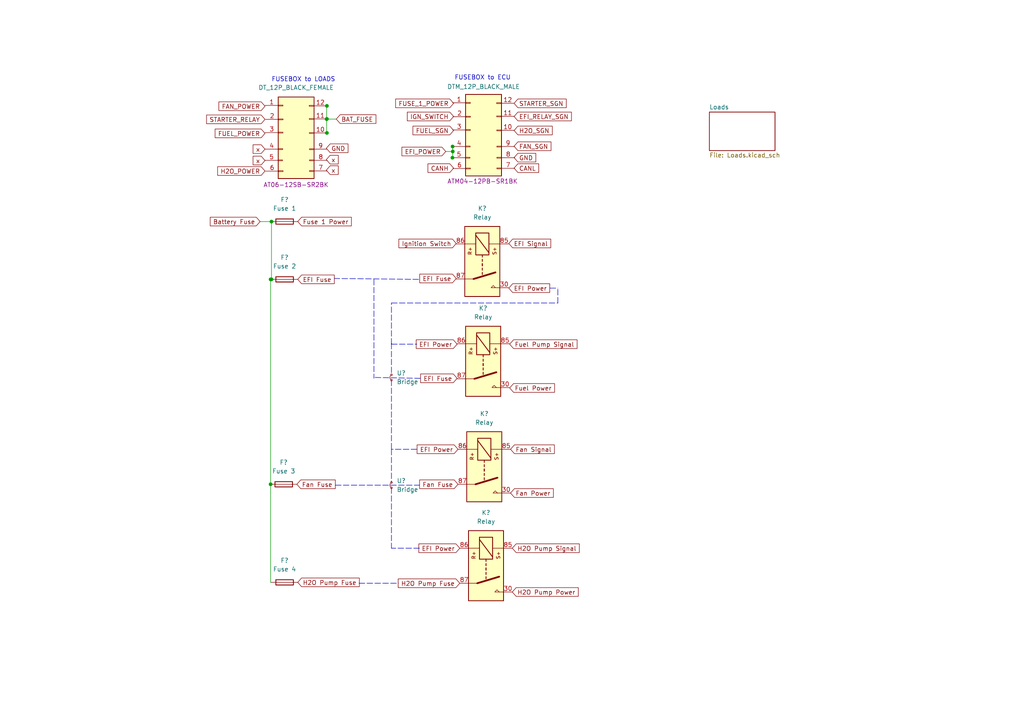
<source format=kicad_sch>
(kicad_sch (version 20211123) (generator eeschema)
  (paper "A4")
  (lib_symbols
    (symbol "Device:Fuse" (pin_numbers hide) (pin_names (offset 0))
      (property "Reference" "F" (at 2.032 0 90))
      (property "Value" "Fuse" (at -1.905 0 90))
      (symbol "Fuse_0_1"
        (rectangle (start -0.762 -2.54) (end 0.762 2.54) (stroke (width 0.254)))
        (polyline (pts (xy 0 2.54) (xy 0 -2.54)))
      )
      (symbol "Fuse_1_1"
        (pin passive line (at 0 3.81 270) (length 1.27) (name "~") (number "1"))
        (pin passive line (at 0 -3.81 90) (length 1.27) (name "~") (number "2"))
      )
    )
    (symbol "SCR23 Library:Bridge"
      (property "Reference" "U" (at 0 2.54 0))
      (property "Value" "Bridge" (at 0.1778 -2.5908 0))
      (symbol "Bridge_0_1"
        (circle (center -0.762 0) (radius 0.254))
        (arc (start 0.508 0.254) (mid 0 0.4644) (end -0.508 0.254))
        (circle (center 0.762 0) (radius 0.254))
      )
    )
    (symbol "SCR23 Library:DTM04-12pb" (pin_names hide)
      (property "Reference" "U" (at 0.0508 16.3068 0))
      (property "Value" "DTM04-12pb" (at 0.0508 -14.986 0))
      (symbol "DTM04-12pb_1_1"
        (rectangle (start -4.9276 -5.4864) (end -3.6576 -5.7404) (stroke (width 0.1524)))
        (rectangle (start -4.9022 12.7508) (end 5.4864 -10.8966) (stroke (width 0.254)) (fill (type background)))
        (rectangle (start -4.8768 -2.2352) (end -3.6068 -2.4892) (stroke (width 0.1524)))
        (rectangle (start -4.8006 2.5654) (end -3.5306 2.3114) (stroke (width 0.1524)))
        (rectangle (start -4.8006 10.414) (end -3.5306 10.16) (stroke (width 0.1524)))
        (rectangle (start -4.7752 -8.6106) (end -3.5052 -8.8646) (stroke (width 0.1524)))
        (rectangle (start -4.7752 6.4008) (end -3.5052 6.1468) (stroke (width 0.1524)))
        (rectangle (start 5.3594 10.3378) (end 4.0894 10.0838) (stroke (width 0.1524)))
        (rectangle (start 5.3848 6.5024) (end 4.1148 6.2484) (stroke (width 0.1524)))
        (rectangle (start 5.4102 2.4384) (end 4.1402 2.1844) (stroke (width 0.1524)))
        (rectangle (start 5.4356 -8.5852) (end 4.1656 -8.8392) (stroke (width 0.1524)))
        (rectangle (start 5.4356 -5.4864) (end 4.1656 -5.7404) (stroke (width 0.1524)))
        (rectangle (start 5.4356 -2.2606) (end 4.1656 -2.5146) (stroke (width 0.1524)))
        (pin passive line (at -8.7122 10.3124 0) (length 3.81) (name "Pin_1") (number "1"))
        (pin passive line (at 9.2202 2.3368 180) (length 3.81) (name "Pin_10") (number "10"))
        (pin passive line (at 9.2202 6.4008 180) (length 3.81) (name "Pin_11") (number "11"))
        (pin passive line (at 9.2202 10.1854 180) (length 3.81) (name "Pin_12") (number "12"))
        (pin passive line (at -8.5852 6.2738 0) (length 3.81) (name "Pin_2") (number "2"))
        (pin passive line (at -8.6868 2.4384 0) (length 3.81) (name "Pin_3") (number "3"))
        (pin passive line (at -8.6868 -2.3622 0) (length 3.81) (name "Pin_4") (number "4"))
        (pin passive line (at -8.7376 -5.6134 0) (length 3.81) (name "Pin_5") (number "5"))
        (pin passive line (at -8.5852 -8.7376 0) (length 3.81) (name "Pin_6") (number "6"))
        (pin passive line (at 9.3218 -8.6868 180) (length 3.81) (name "Pin_7") (number "7"))
        (pin passive line (at 9.3472 -5.6134 180) (length 3.81) (name "Pin_8") (number "8"))
        (pin passive line (at 9.2964 -2.3622 180) (length 3.81) (name "Pin_9") (number "9"))
      )
    )
    (symbol "SCR23 Library:Relay"
      (property "Reference" "K" (at 3.7465 -11.5697 90))
      (property "Value" "Relay" (at 1.2065 -14.1097 90))
      (symbol "Relay_1_1"
        (polyline (pts (xy -5.1435 4.9403) (xy -1.9685 4.9403)))
        (polyline (pts (xy -2.6035 -5.2197) (xy -5.1435 -5.2197)))
        (polyline (pts (xy -2.6035 -5.2197) (xy 3.7465 -3.3147)) (stroke (width 0.508)))
        (polyline (pts (xy -1.9685 7.4803) (xy 1.8415 2.4003)) (stroke (width 0.254)))
        (polyline (pts (xy -0.0635 -3.3147) (xy -0.0635 -3.9497)) (stroke (width 0.254)))
        (polyline (pts (xy -0.0635 -2.0447) (xy -0.0635 -2.6797)) (stroke (width 0.254)))
        (polyline (pts (xy -0.0635 -0.7747) (xy -0.0635 -1.4097)) (stroke (width 0.254)))
        (polyline (pts (xy -0.0635 -0.7747) (xy -0.0635 -1.4097)) (stroke (width 0.254)))
        (polyline (pts (xy -0.0635 0.4953) (xy -0.0635 -0.1397)) (stroke (width 0.254)))
        (polyline (pts (xy -0.0635 1.7653) (xy -0.0635 1.1303)) (stroke (width 0.254)))
        (polyline (pts (xy 3.7465 -7.7597) (xy 5.0165 -7.7597)))
        (polyline (pts (xy 5.0165 4.9403) (xy 1.8415 4.9403)))
        (polyline (pts (xy 3.7465 -7.7597) (xy 2.4765 -7.7597) (xy 3.1115 -7.1247) (xy 3.7465 -7.7597)))
        (rectangle (start 1.8415 8.1153) (end -1.9685 1.7653) (stroke (width 0.254)))
        (rectangle (start 5.0165 10.0203) (end -5.1435 -10.2997) (stroke (width 0.254)) (fill (type background)))
        (text "R+" (at -3.6195 2.9083 900) (effects (font (size 1.016 1.016))))
        (text "S+" (at 3.4925 2.9083 900) (effects (font (size 1.016 1.016))))
        (pin passive line (at 7.5565 -7.7597 180) (length 2.54) (name "~") (number "30"))
        (pin passive line (at 7.5565 4.9403 180) (length 2.54) (name "~") (number "85"))
        (pin passive line (at -7.6835 4.9403 0) (length 2.54) (name "~") (number "86"))
        (pin passive line (at -7.6835 -5.2197 0) (length 2.54) (name "~") (number "87"))
      )
    )
  )
  (junction (at 78.486 81.026))
  (junction (at 131.2672 42.4942))
  (junction (at 78.74 64.262))
  (junction (at 94.8182 30.7086))
  (junction (at 94.742 34.544))
  (junction (at 78.74 81.026))
  (junction (at 131.318 43.942))
  (junction (at 94.8182 38.5572))
  (junction (at 78.486 140.462))
  (junction (at 94.8182 34.4932))
  (junction (at 131.2164 45.7454))
  (wire (pts (xy 78.486 80.772) (xy 78.486 81.026)))
  (polyline (pts (xy 113.538 87.884) (xy 161.798 87.884)))
  (polyline (pts (xy 159.512 83.566) (xy 161.798 83.566)))
  (wire (pts (xy 129.286 43.942) (xy 131.318 43.942)))
  (wire (pts (xy 78.74 64.262) (xy 78.74 81.026)))
  (wire (pts (xy 94.742 30.734) (xy 94.742 34.544)))
  (polyline (pts (xy 104.14 169.164) (xy 115.57 169.164)))
  (polyline (pts (xy 113.538 110.236) (xy 113.538 130.302)))
  (polyline (pts (xy 108.458 81.026) (xy 108.458 109.728)))
  (wire (pts (xy 94.742 34.544) (xy 94.742 38.608)))
  (wire (pts (xy 131.318 43.942) (xy 131.318 45.72)))
  (wire (pts (xy 78.486 168.91) (xy 78.74 168.91)))
  (polyline (pts (xy 121.412 81.026) (xy 97.028 80.772)))
  (wire (pts (xy 97.536 34.544) (xy 94.742 34.544)))
  (polyline (pts (xy 161.798 87.884) (xy 161.798 83.566)))
  (wire (pts (xy 78.486 81.026) (xy 78.486 140.462)))
  (wire (pts (xy 78.74 81.026) (xy 78.486 81.026)))
  (wire (pts (xy 131.318 42.418) (xy 131.318 43.942)))
  (polyline (pts (xy 113.538 99.822) (xy 113.538 87.884)))
  (wire (pts (xy 75.438 64.262) (xy 78.74 64.262)))
  (polyline (pts (xy 121.666 159.004) (xy 113.538 159.004)))
  (polyline (pts (xy 113.538 99.822) (xy 120.904 99.822)))
  (polyline (pts (xy 121.92 109.728) (xy 108.458 109.474)))
  (polyline (pts (xy 120.904 130.302) (xy 113.538 130.302)))
  (polyline (pts (xy 113.538 99.568) (xy 113.538 108.712)))
  (polyline (pts (xy 97.282 140.716) (xy 121.666 140.716)))
  (polyline (pts (xy 113.538 141.478) (xy 113.538 159.004)))
  (polyline (pts (xy 113.538 130.302) (xy 113.538 139.954)))
  (wire (pts (xy 78.486 140.462) (xy 78.486 168.91)))
  (text "FUSEBOX to LOADS\n" (at 78.74 23.876 0) (effects (font (size 1.27 1.27)) (justify left bottom)))
  (text "FUSEBOX to ECU" (at 131.826 23.368 0) (effects (font (size 1.27 1.27)) (justify left bottom)))
  (global_label "Ignition Switch" (shape input) (at 132.334 70.612 180) (property "Intersheet References" "${INTERSHEET_REFS}" (effects hide)))
  (global_label "H2O Pump Fuse" (shape input) (at 133.35 169.164 180) (property "Intersheet References" "${INTERSHEET_REFS}" (effects hide)))
  (global_label "Fan Signal" (shape input) (at 148.082 130.302 0) (property "Intersheet References" "${INTERSHEET_REFS}" (effects hide)))
  (global_label "EFI Signal" (shape input) (at 147.574 70.612 0) (property "Intersheet References" "${INTERSHEET_REFS}" (effects hide)))
  (global_label "CANH" (shape input) (at 131.572 48.768 180) (property "Intersheet References" "${INTERSHEET_REFS}" (effects hide)))
  (global_label "H2O_POWER" (shape input) (at 76.8604 49.6062 180) (property "Intersheet References" "${INTERSHEET_REFS}" (effects hide)))
  (global_label "x" (shape input) (at 94.6404 46.3042 0) (property "Intersheet References" "${INTERSHEET_REFS}" (effects hide)))
  (global_label "Fuel Power" (shape input) (at 147.828 112.522 0) (property "Intersheet References" "${INTERSHEET_REFS}" (effects hide)))
  (global_label "Fan Power" (shape input) (at 148.082 143.002 0) (property "Intersheet References" "${INTERSHEET_REFS}" (effects hide)))
  (global_label "x" (shape input) (at 94.6404 49.3522 0) (property "Intersheet References" "${INTERSHEET_REFS}" (effects hide)))
  (global_label "EFI_POWER" (shape input) (at 129.286 43.942 180) (property "Intersheet References" "${INTERSHEET_REFS}" (effects hide)))
  (global_label "STARTER_RELAY" (shape input) (at 76.8604 34.6202 180) (property "Intersheet References" "${INTERSHEET_REFS}" (effects hide)))
  (global_label "EFI Fuse" (shape input) (at 86.36 81.026 0) (property "Intersheet References" "${INTERSHEET_REFS}" (effects hide)))
  (global_label "GND" (shape input) (at 149.098 45.72 0) (property "Intersheet References" "${INTERSHEET_REFS}" (effects hide)))
  (global_label "FAN_SGN" (shape input) (at 149.098 42.418 0) (property "Intersheet References" "${INTERSHEET_REFS}" (effects hide)))
  (global_label "Battery Fuse" (shape input) (at 75.438 64.262 180) (property "Intersheet References" "${INTERSHEET_REFS}" (effects hide)))
  (global_label "x" (shape input) (at 76.8604 46.5582 180) (property "Intersheet References" "${INTERSHEET_REFS}" (effects hide)))
  (global_label "EFI_RELAY_SGN" (shape input) (at 149.098 33.782 0) (property "Intersheet References" "${INTERSHEET_REFS}" (effects hide)))
  (global_label "EFI Fuse" (shape input) (at 132.588 109.728 180) (property "Intersheet References" "${INTERSHEET_REFS}" (effects hide)))
  (global_label "EFI Fuse" (shape input) (at 132.334 80.772 180) (property "Intersheet References" "${INTERSHEET_REFS}" (effects hide)))
  (global_label "CANL" (shape input) (at 149.098 48.768 0) (property "Intersheet References" "${INTERSHEET_REFS}" (effects hide)))
  (global_label "H2O Pump Power" (shape input) (at 148.59 171.704 0) (property "Intersheet References" "${INTERSHEET_REFS}" (effects hide)))
  (global_label "STARTER_SGN" (shape input) (at 149.098 29.972 0) (property "Intersheet References" "${INTERSHEET_REFS}" (effects hide)))
  (global_label "IGN_SWITCH" (shape input) (at 131.572 33.782 180) (property "Intersheet References" "${INTERSHEET_REFS}" (effects hide)))
  (global_label "EFI Power" (shape input) (at 147.574 83.566 0) (property "Intersheet References" "${INTERSHEET_REFS}" (effects hide)))
  (global_label "EFI Power" (shape input) (at 133.35 159.004 180) (property "Intersheet References" "${INTERSHEET_REFS}" (effects hide)))
  (global_label "EFI Power" (shape input) (at 132.842 130.302 180) (property "Intersheet References" "${INTERSHEET_REFS}" (effects hide)))
  (global_label "FUSE_1_POWER" (shape input) (at 131.572 29.972 180) (property "Intersheet References" "${INTERSHEET_REFS}" (effects hide)))
  (global_label "Fuse 1 Power" (shape input) (at 86.36 64.262 0) (property "Intersheet References" "${INTERSHEET_REFS}" (effects hide)))
  (global_label "Fuel Pump Signal" (shape input) (at 147.828 99.822 0) (property "Intersheet References" "${INTERSHEET_REFS}" (effects hide)))
  (global_label "FUEL_POWER" (shape input) (at 76.8604 38.6842 180) (property "Intersheet References" "${INTERSHEET_REFS}" (effects hide)))
  (global_label "Fan Fuse" (shape input) (at 86.106 140.462 0) (property "Intersheet References" "${INTERSHEET_REFS}" (effects hide)))
  (global_label "GND" (shape input) (at 94.6404 43.0022 0) (property "Intersheet References" "${INTERSHEET_REFS}" (effects hide)))
  (global_label "EFI Power" (shape input) (at 132.588 99.822 180) (property "Intersheet References" "${INTERSHEET_REFS}" (effects hide)))
  (global_label "H2O_SGN" (shape input) (at 149.098 37.846 0) (property "Intersheet References" "${INTERSHEET_REFS}" (effects hide)))
  (global_label "H2O Pump Signal" (shape input) (at 148.59 159.004 0) (property "Intersheet References" "${INTERSHEET_REFS}" (effects hide)))
  (global_label "FUEL_SGN" (shape input) (at 131.572 37.846 180) (property "Intersheet References" "${INTERSHEET_REFS}" (effects hide)))
  (global_label "x" (shape input) (at 76.8604 43.2562 180) (property "Intersheet References" "${INTERSHEET_REFS}" (effects hide)))
  (global_label "FAN_POWER" (shape input) (at 76.8604 30.8102 180) (property "Intersheet References" "${INTERSHEET_REFS}" (effects hide)))
  (global_label "H2O Pump Fuse" (shape input) (at 86.36 168.91 0) (property "Intersheet References" "${INTERSHEET_REFS}" (effects hide)))
  (global_label "Fan Fuse" (shape input) (at 132.842 140.462 180) (property "Intersheet References" "${INTERSHEET_REFS}" (effects hide)))
  (global_label "BAT_FUSE" (shape input) (at 97.536 34.544 0) (property "Intersheet References" "${INTERSHEET_REFS}" (effects hide)))
  (symbol (lib_id "SCR23 Library:Relay") (at 139.954 75.692 0) (unit 1)
    (property "Reference" "K?" (at 139.8905 60.452 0))
    (property "Value" "Relay" (at 139.8905 62.992 0))
  )
  (symbol (lib_id "Device:Fuse") (at 82.296 140.462 270) (unit 1)
    (property "Reference" "F?" (at 82.296 134.112 90))
    (property "Value" "Fuse 3" (at 82.296 136.652 90))
  )
  (symbol (lib_id "SCR23 Library:DTM04-12pb") (at 85.598 40.894 0) (unit 1)
    (property "Reference" "U?" (effects hide))
    (property "Value" "DT_12P_BLACK_FEMALE" (at 85.8901 25.4 0))
    (property "Part #" "AT06-12SB-SR2BK" (at 85.852 53.594 0))
  )
  (symbol (lib_id "Device:Fuse") (at 82.55 64.262 270) (unit 1)
    (property "Reference" "F?" (at 82.55 57.912 90))
    (property "Value" "Fuse 1" (at 82.55 60.452 90))
  )
  (symbol (lib_id "SCR23 Library:DTM04-12pb") (at 139.954 40.132 0) (unit 1)
    (property "Reference" "U?" (effects hide))
    (property "Value" "DTM_12P_BLACK_MALE" (at 140.2461 25.146 0))
    (property "Part #" "ATM04-12PB-SR1BK" (at 139.954 52.578 0))
  )
  (symbol (lib_id "SCR23 Library:Relay") (at 140.5255 135.2423 0) (unit 1)
    (property "Reference" "K?" (at 140.462 120.0023 0))
    (property "Value" "Relay" (at 140.462 122.5423 0))
  )
  (symbol (lib_id "SCR23 Library:Bridge") (at 113.538 109.474 90) (unit 1)
    (property "Reference" "U?" (at 115.062 108.2039 90) (effects (justify right)))
    (property "Value" "Bridge" (at 115.062 110.7439 90) (effects (justify right)))
  )
  (symbol (lib_id "Device:Fuse") (at 82.55 168.91 270) (unit 1)
    (property "Reference" "F?" (at 82.55 162.56 90))
    (property "Value" "Fuse 4" (at 82.55 165.1 90))
  )
  (symbol (lib_id "SCR23 Library:Relay") (at 141.0335 163.9443 0) (unit 1)
    (property "Reference" "K?" (at 140.97 148.7043 0))
    (property "Value" "Relay" (at 140.97 151.2443 0))
  )
  (symbol (lib_id "SCR23 Library:Bridge") (at 113.538 140.716 90) (unit 1)
    (property "Reference" "U?" (at 115.062 139.4459 90) (effects (justify right)))
    (property "Value" "Bridge" (at 115.062 141.9859 90) (effects (justify right)))
  )
  (symbol (lib_id "SCR23 Library:Relay") (at 140.208 104.648 0) (unit 1)
    (property "Reference" "K?" (at 140.1445 89.408 0))
    (property "Value" "Relay" (at 140.1445 91.948 0))
  )
  (symbol (lib_id "Device:Fuse") (at 82.55 81.026 270) (unit 1)
    (property "Reference" "F?" (at 82.55 74.676 90))
    (property "Value" "Fuse 2" (at 82.55 77.216 90))
  )
  (sheet (at 205.74 32.512) (size 19.05 11.176) (stroke (width 0.1524))
    (property "Sheet name" "Loads" (at 205.74 31.8004 0) (effects (justify left bottom)))
    (property "Sheet file" "Loads.kicad_sch" (at 205.74 44.2726 0) (effects (justify left top)))
  )
)
</source>
